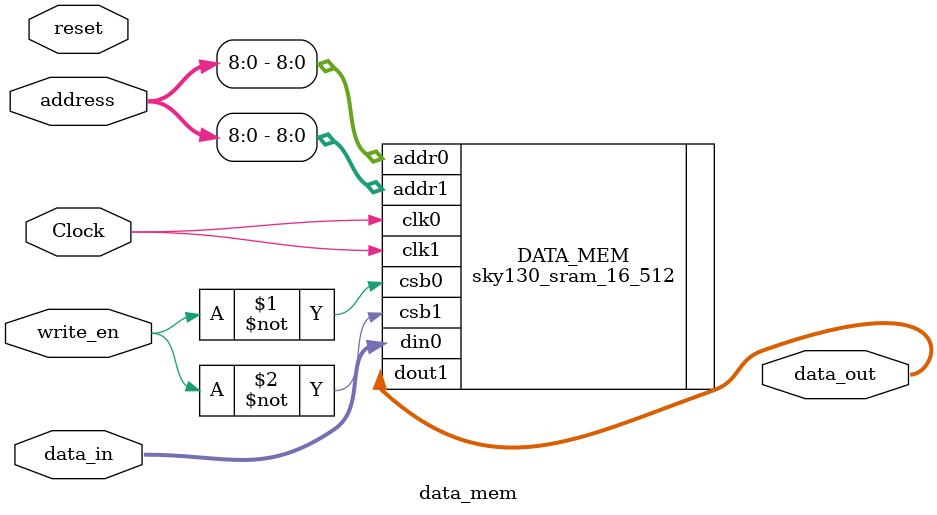
<source format=v>
module data_mem (
	input  	      Clock,
	input 	      reset,   
	input         write_en,
	input  [15:0] data_in,
	input  [ 15:0] address,
	output [15:0] data_out

);

//RAM_16B_512 DATA_MEM (.Q(data_out), .CLK(Clock), .CEN(reset), .WEN(write_en), .A(address[8:0]), .D(data_in));

//post apr
//RAM_16B_512 DATA_MEM (.Q(data_out), .CLK(Clock), .CEN(reset), .WEN(write_en), .A(address[8:0]), .D(data_in), .EMA(3'd2), .EMAW(2'd0), .EMAS(1'd0), .RET1N(1'd1));



// ee 541 

sky130_sram_16_512 DATA_MEM(
// Port 0: W  
    .clk0(Clock),.csb0(~write_en),.addr0(address[8:0]),.din0(data_in),
// Port 1: R
    .clk1(Clock),.csb1(~write_en),.addr1(address[8:0]),.dout1(data_out)
  );


//RAM_16B_512_AR1_LP DATA_MEM(.Q(data_out), .CLK(Clock), .CEN(reset), .WEN(write_en), .A(address[8:0]), .D(data_in), .EMA(3'd2), .EMAW(2'd0), .EMAS(1'd0), .RET1N(1'd1));

endmodule

// ADD MEMORY FOR SAPR 
//module RAM_16B_512_AR1_LP (Q, CLK, CEN, WEN, A, D, EMA, EMAW, EMAS, RET1N);
</source>
